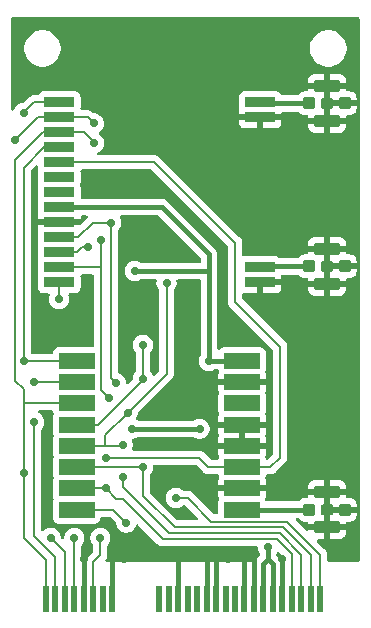
<source format=gbr>
%TF.GenerationSoftware,KiCad,Pcbnew,9.0.3*%
%TF.CreationDate,2025-08-29T17:45:50+02:00*%
%TF.ProjectId,RadioHAT_Card_Dorji,52616469-6f48-4415-945f-436172645f44,rev?*%
%TF.SameCoordinates,Original*%
%TF.FileFunction,Copper,L1,Top*%
%TF.FilePolarity,Positive*%
%FSLAX46Y46*%
G04 Gerber Fmt 4.6, Leading zero omitted, Abs format (unit mm)*
G04 Created by KiCad (PCBNEW 9.0.3) date 2025-08-29 17:45:50*
%MOMM*%
%LPD*%
G01*
G04 APERTURE LIST*
G04 Aperture macros list*
%AMRoundRect*
0 Rectangle with rounded corners*
0 $1 Rounding radius*
0 $2 $3 $4 $5 $6 $7 $8 $9 X,Y pos of 4 corners*
0 Add a 4 corners polygon primitive as box body*
4,1,4,$2,$3,$4,$5,$6,$7,$8,$9,$2,$3,0*
0 Add four circle primitives for the rounded corners*
1,1,$1+$1,$2,$3*
1,1,$1+$1,$4,$5*
1,1,$1+$1,$6,$7*
1,1,$1+$1,$8,$9*
0 Add four rect primitives between the rounded corners*
20,1,$1+$1,$2,$3,$4,$5,0*
20,1,$1+$1,$4,$5,$6,$7,0*
20,1,$1+$1,$6,$7,$8,$9,0*
20,1,$1+$1,$8,$9,$2,$3,0*%
G04 Aperture macros list end*
%TA.AperFunction,SMDPad,CuDef*%
%ADD10R,0.600000X2.300000*%
%TD*%
%TA.AperFunction,SMDPad,CuDef*%
%ADD11RoundRect,0.100000X0.400000X-0.400000X0.400000X0.400000X-0.400000X0.400000X-0.400000X-0.400000X0*%
%TD*%
%TA.AperFunction,SMDPad,CuDef*%
%ADD12RoundRect,0.105000X0.995000X-0.420000X0.995000X0.420000X-0.995000X0.420000X-0.995000X-0.420000X0*%
%TD*%
%TA.AperFunction,SMDPad,CuDef*%
%ADD13RoundRect,0.070000X1.430000X0.630000X-1.430000X0.630000X-1.430000X-0.630000X1.430000X-0.630000X0*%
%TD*%
%TA.AperFunction,SMDPad,CuDef*%
%ADD14RoundRect,0.045000X-1.255000X-0.405000X1.255000X-0.405000X1.255000X0.405000X-1.255000X0.405000X0*%
%TD*%
%TA.AperFunction,ViaPad*%
%ADD15C,0.700000*%
%TD*%
%TA.AperFunction,Conductor*%
%ADD16C,0.400000*%
%TD*%
%TA.AperFunction,Conductor*%
%ADD17C,0.200000*%
%TD*%
G04 APERTURE END LIST*
D10*
%TO.P,J1,1,GPIO0*%
%TO.N,GPIO0*%
X121000000Y-118600000D03*
%TO.P,J1,3,IRQ0*%
%TO.N,IRQ0*%
X121800000Y-118600000D03*
%TO.P,J1,5,IRQ1*%
%TO.N,IRQ1*%
X122600000Y-118600000D03*
%TO.P,J1,7,GPIO1*%
%TO.N,GPIO1*%
X123400000Y-118600000D03*
%TO.P,J1,9,GND*%
%TO.N,GND*%
X124200000Y-118600000D03*
%TO.P,J1,11,RST0*%
%TO.N,RST0*%
X125000000Y-118600000D03*
%TO.P,J1,13,RST1*%
%TO.N,unconnected-(J1-RST1-Pad13)*%
X125800000Y-118600000D03*
%TO.P,J1,15,GND*%
%TO.N,GND*%
X126600000Y-118600000D03*
%TO.P,J1,17*%
%TO.N,N/C*%
X130600000Y-118600000D03*
%TO.P,J1,19*%
X131400000Y-118600000D03*
%TO.P,J1,21,GND*%
%TO.N,GND*%
X132200000Y-118600000D03*
%TO.P,J1,23*%
%TO.N,N/C*%
X133000000Y-118600000D03*
%TO.P,J1,25*%
X133800000Y-118600000D03*
%TO.P,J1,27,GND*%
%TO.N,GND*%
X134600000Y-118600000D03*
%TO.P,J1,29,GND*%
X135400000Y-118600000D03*
%TO.P,J1,31,PPS*%
%TO.N,unconnected-(J1-PPS-Pad31)*%
X136200000Y-118600000D03*
%TO.P,J1,33*%
%TO.N,N/C*%
X137000000Y-118600000D03*
%TO.P,J1,35,GND*%
%TO.N,GND*%
X137800000Y-118600000D03*
%TO.P,J1,37,GND*%
X138600000Y-118600000D03*
%TO.P,J1,39,3V3*%
%TO.N,+3V3*%
X139400000Y-118600000D03*
%TO.P,J1,41,3V3*%
X140200000Y-118600000D03*
%TO.P,J1,43,GND*%
%TO.N,GND*%
X141000000Y-118600000D03*
%TO.P,J1,45,SPI_SCK*%
%TO.N,SCK*%
X141800000Y-118600000D03*
%TO.P,J1,47,SPI_MISO*%
%TO.N,MISO*%
X142600000Y-118600000D03*
%TO.P,J1,49,SPI_MOSI*%
%TO.N,MOSI*%
X143400000Y-118600000D03*
%TO.P,J1,51,SPI_NSS*%
%TO.N,NSS*%
X144200000Y-118600000D03*
%TD*%
D11*
%TO.P,J4,1,In*%
%TO.N,Net-(J4-In)*%
X143300000Y-90387500D03*
D12*
%TO.P,J4,2,Ext*%
%TO.N,GND*%
X144800000Y-88912500D03*
D11*
X146300000Y-90387500D03*
D12*
X144800000Y-91862500D03*
%TD*%
D11*
%TO.P,J2,1,In*%
%TO.N,Net-(J2-In)*%
X143300000Y-111000000D03*
D12*
%TO.P,J2,2,Ext*%
%TO.N,GND*%
X144800000Y-109525000D03*
D11*
X146300000Y-111000000D03*
D12*
X144800000Y-112475000D03*
%TD*%
D13*
%TO.P,U1,1,ANT*%
%TO.N,Net-(J2-In)*%
X137600000Y-111000000D03*
%TO.P,U1,2,GND*%
%TO.N,GND*%
X137600000Y-109200000D03*
%TO.P,U1,3,SW*%
%TO.N,GPIO1*%
X137600000Y-107400000D03*
%TO.P,U1,4,GND*%
%TO.N,GND*%
X137600000Y-105600000D03*
%TO.P,U1,5,GND*%
X137600000Y-103800000D03*
%TO.P,U1,6,NC*%
%TO.N,unconnected-(U1-NC-Pad6)*%
X137600000Y-102000000D03*
%TO.P,U1,7,GND*%
%TO.N,GND*%
X137600000Y-100200000D03*
%TO.P,U1,8,VDD*%
%TO.N,+3V3*%
X137600000Y-98400000D03*
%TO.P,U1,9,DIO2*%
%TO.N,IRQ1*%
X123600000Y-98400000D03*
%TO.P,U1,10,DIO1*%
%TO.N,IRQ0*%
X123600000Y-100200000D03*
%TO.P,U1,11,BUSY*%
%TO.N,GPIO0*%
X123600000Y-102000000D03*
%TO.P,U1,12,RST*%
%TO.N,RST0*%
X123600000Y-103800000D03*
%TO.P,U1,13,MISO*%
%TO.N,MISO*%
X123600000Y-105600000D03*
%TO.P,U1,14,MOSI*%
%TO.N,MOSI*%
X123600000Y-107400000D03*
%TO.P,U1,15,SCK*%
%TO.N,SCK*%
X123600000Y-109200000D03*
%TO.P,U1,16,NSS*%
%TO.N,NSS*%
X123600000Y-111000000D03*
%TD*%
D11*
%TO.P,J3,1,In*%
%TO.N,Net-(J3-In)*%
X143300000Y-76587500D03*
D12*
%TO.P,J3,2,Ext*%
%TO.N,GND*%
X144800000Y-75112500D03*
D11*
X146300000Y-76587500D03*
D12*
X144800000Y-78062500D03*
%TD*%
D14*
%TO.P,U2,1,RESET*%
%TO.N,RST0*%
X122125000Y-76500000D03*
%TO.P,U2,2,DIO0*%
%TO.N,IRQ0*%
X122125000Y-77770000D03*
%TO.P,U2,3,DIO1*%
%TO.N,GPIO0*%
X122125000Y-79040000D03*
%TO.P,U2,4,DIO2*%
%TO.N,IRQ1*%
X122125000Y-80310000D03*
%TO.P,U2,5,DIO3*%
%TO.N,GPIO1*%
X122125000Y-81580000D03*
%TO.P,U2,6,DIO4*%
%TO.N,unconnected-(U2-DIO4-Pad6)*%
X122125000Y-82850000D03*
%TO.P,U2,7,DIO5*%
%TO.N,unconnected-(U2-DIO5-Pad7)*%
X122125000Y-84120000D03*
%TO.P,U2,8,VCC*%
%TO.N,+3V3*%
X122125000Y-85390000D03*
%TO.P,U2,9,GND*%
%TO.N,GND*%
X122125000Y-86660000D03*
%TO.P,U2,10,SCK*%
%TO.N,SCK*%
X122125000Y-87930000D03*
%TO.P,U2,11,MISO*%
%TO.N,MISO*%
X122125000Y-89200000D03*
%TO.P,U2,12,MOSI*%
%TO.N,MOSI*%
X122125000Y-90470000D03*
%TO.P,U2,13,NSS*%
%TO.N,NSS*%
X122125000Y-91740000D03*
%TO.P,U2,14,GND_SX1272*%
%TO.N,GND*%
X139125000Y-91740000D03*
%TO.P,U2,15,ANT_SX1272*%
%TO.N,Net-(J4-In)*%
X139125000Y-90470000D03*
%TO.P,U2,16,GND_SX1278*%
%TO.N,GND*%
X139125000Y-77770000D03*
%TO.P,U2,17,ANT_SX1278*%
%TO.N,Net-(J3-In)*%
X139125000Y-76500000D03*
%TD*%
D15*
%TO.N,GND*%
X120400000Y-93200000D03*
X129500000Y-91787500D03*
X146000000Y-94000000D03*
X131500000Y-74500000D03*
X129000000Y-74500000D03*
X133400000Y-99050000D03*
X146000000Y-79500000D03*
X129500000Y-87000000D03*
X146000000Y-104000000D03*
X133400000Y-102100000D03*
X136500000Y-74500000D03*
X139000000Y-74500000D03*
X134300000Y-83100000D03*
X121100000Y-112050000D03*
X136400000Y-115200000D03*
X146000000Y-86500000D03*
X126500000Y-74500000D03*
X135200000Y-78400000D03*
X146000000Y-102000000D03*
X133400000Y-86300000D03*
X124000000Y-74500000D03*
X146000000Y-114000000D03*
X133700000Y-109000000D03*
X141000000Y-115200000D03*
X134000000Y-74500000D03*
X119000000Y-74500000D03*
X146000000Y-100000000D03*
X127600000Y-115200000D03*
X141500000Y-74500000D03*
X121500000Y-74500000D03*
X146000000Y-96000000D03*
X146000000Y-98000000D03*
X124200000Y-115200000D03*
%TO.N,GPIO0*%
X125050000Y-79950000D03*
X119100000Y-107900000D03*
%TO.N,SCK*%
X126050000Y-109200000D03*
X126500000Y-86700000D03*
X126950000Y-100300000D03*
%TO.N,NSS*%
X132000000Y-110000000D03*
X122100000Y-93200000D03*
X127800000Y-112100000D03*
%TO.N,+3V3*%
X134000000Y-104150000D03*
X134800000Y-98400000D03*
X128500000Y-90787500D03*
X139800000Y-114200000D03*
X128250000Y-104150000D03*
%TO.N,MISO*%
X131200000Y-91800000D03*
X124550000Y-88800000D03*
X127900000Y-102800000D03*
X127500000Y-108250000D03*
X127500000Y-105550000D03*
%TO.N,IRQ0*%
X125050000Y-78300000D03*
X118400000Y-79687502D03*
X120000000Y-103600000D03*
X120000000Y-100200000D03*
%TO.N,RST0*%
X129200000Y-97050000D03*
X129200000Y-99900000D03*
X119100000Y-77400000D03*
X125600000Y-113400000D03*
%TO.N,MOSI*%
X126300000Y-101550413D03*
X129200000Y-107400000D03*
X125650000Y-88150000D03*
%TO.N,IRQ1*%
X121400000Y-113400000D03*
X119100000Y-98400000D03*
%TO.N,GPIO1*%
X123400000Y-113400000D03*
X126050000Y-106600000D03*
%TD*%
D16*
%TO.N,GND*%
X141000000Y-115200000D02*
X141000000Y-118600000D01*
X134600000Y-115200000D02*
X135400000Y-115200000D01*
X138600000Y-118600000D02*
X138600000Y-115200000D01*
X137800000Y-115200000D02*
X135400000Y-115200000D01*
X132200000Y-115200000D02*
X134600000Y-115200000D01*
X138600000Y-115200000D02*
X137800000Y-115200000D01*
X124200000Y-118600000D02*
X124200000Y-115200000D01*
X132200000Y-118600000D02*
X132200000Y-115200000D01*
X135400000Y-118600000D02*
X135400000Y-115200000D01*
X137800000Y-118600000D02*
X137800000Y-115200000D01*
X127600000Y-115200000D02*
X132200000Y-115200000D01*
X126600000Y-118600000D02*
X126600000Y-115200000D01*
X134600000Y-118600000D02*
X134600000Y-115200000D01*
X126600000Y-115200000D02*
X127600000Y-115200000D01*
D17*
%TO.N,GPIO0*%
X119100000Y-102000000D02*
X119100000Y-100800000D01*
X118400000Y-81387500D02*
X120760000Y-79027500D01*
X119100000Y-107900000D02*
X119100000Y-113400000D01*
X124240000Y-79040000D02*
X125050000Y-79850000D01*
X118400000Y-100100000D02*
X118400000Y-81387500D01*
X119100000Y-113400000D02*
X121000000Y-115300000D01*
X120760000Y-79027500D02*
X120900000Y-79027500D01*
X121000000Y-115300000D02*
X121000000Y-118600000D01*
X123600000Y-102000000D02*
X119100000Y-102000000D01*
X124240000Y-79040000D02*
X122125000Y-79040000D01*
X125050000Y-79850000D02*
X125050000Y-79950000D01*
X119100000Y-107900000D02*
X119100000Y-102000000D01*
X119100000Y-100800000D02*
X118400000Y-100100000D01*
%TO.N,SCK*%
X126050000Y-109200000D02*
X123600000Y-109200000D01*
X124950000Y-86700000D02*
X126500000Y-86700000D01*
X123720000Y-87930000D02*
X124950000Y-86700000D01*
X126050000Y-109200000D02*
X126950000Y-110100000D01*
X126950000Y-110100000D02*
X127500000Y-110100000D01*
X127500000Y-110100000D02*
X130900000Y-113500000D01*
X126500000Y-86700000D02*
X126500000Y-87387500D01*
X126500000Y-99850000D02*
X126500000Y-87387500D01*
X122125000Y-87930000D02*
X123720000Y-87930000D01*
X126950000Y-100300000D02*
X126500000Y-99850000D01*
X130900000Y-113500000D02*
X140532900Y-113500000D01*
X141800000Y-114767100D02*
X141800000Y-118600000D01*
X140532900Y-113500000D02*
X141800000Y-114767100D01*
%TO.N,NSS*%
X141400000Y-112000000D02*
X144200000Y-114800000D01*
X135000000Y-112000000D02*
X141400000Y-112000000D01*
X132000000Y-110000000D02*
X133000000Y-110000000D01*
X126700000Y-111000000D02*
X123600000Y-111000000D01*
X144200000Y-114800000D02*
X144200000Y-118600000D01*
X122100000Y-93200000D02*
X122100000Y-91765000D01*
X133000000Y-110000000D02*
X135000000Y-112000000D01*
X127800000Y-112100000D02*
X126700000Y-111000000D01*
X122100000Y-91765000D02*
X122125000Y-91740000D01*
D16*
%TO.N,+3V3*%
X139400000Y-118600000D02*
X139400000Y-115600000D01*
X139800000Y-114800000D02*
X139800000Y-115200000D01*
X125402500Y-85390000D02*
X122125000Y-85390000D01*
X140200000Y-115600000D02*
X140200000Y-118600000D01*
X130800000Y-85387500D02*
X125405000Y-85387500D01*
X139400000Y-115600000D02*
X139800000Y-115200000D01*
X128500000Y-90787500D02*
X134787500Y-90787500D01*
X139800000Y-115200000D02*
X140200000Y-115600000D01*
X134800000Y-89387500D02*
X130800000Y-85387500D01*
X137600000Y-98400000D02*
X134800000Y-98400000D01*
X125405000Y-85387500D02*
X125402500Y-85390000D01*
X134800000Y-90800000D02*
X134800000Y-89387500D01*
X134787500Y-90787500D02*
X134800000Y-90800000D01*
X139800000Y-114800000D02*
X139800000Y-114200000D01*
X134000000Y-104150000D02*
X128250000Y-104150000D01*
X134800000Y-98400000D02*
X134800000Y-90800000D01*
D17*
%TO.N,MISO*%
X131200000Y-99500000D02*
X127900000Y-102800000D01*
X123650000Y-89200000D02*
X122125000Y-89200000D01*
X127450000Y-105600000D02*
X126000000Y-105600000D01*
X124050000Y-88800000D02*
X123650000Y-89200000D01*
X126000000Y-105600000D02*
X123600000Y-105600000D01*
X142600000Y-114800000D02*
X142600000Y-118600000D01*
X126000000Y-104700000D02*
X126000000Y-105600000D01*
X131200000Y-91800000D02*
X131200000Y-99500000D01*
X127500000Y-109100000D02*
X131400000Y-113000000D01*
X127500000Y-108250000D02*
X127500000Y-109100000D01*
X140800000Y-113000000D02*
X142600000Y-114800000D01*
X131400000Y-113000000D02*
X140800000Y-113000000D01*
X127900000Y-102800000D02*
X126000000Y-104700000D01*
X124550000Y-88800000D02*
X124050000Y-88800000D01*
X127500000Y-105550000D02*
X127450000Y-105600000D01*
%TO.N,IRQ0*%
X121800000Y-115000000D02*
X121800000Y-118600000D01*
X125050000Y-78300000D02*
X124520000Y-77770000D01*
X118400000Y-79687502D02*
X120317502Y-77770000D01*
X120317502Y-77770000D02*
X122125000Y-77770000D01*
X120000000Y-103600000D02*
X120000000Y-113200000D01*
X120000000Y-113200000D02*
X121800000Y-115000000D01*
X120000000Y-100200000D02*
X123600000Y-100200000D01*
X124520000Y-77770000D02*
X122125000Y-77770000D01*
%TO.N,RST0*%
X125400000Y-103800000D02*
X123600000Y-103800000D01*
X119150000Y-77350000D02*
X120000000Y-76500000D01*
X125600000Y-113400000D02*
X125600000Y-114800000D01*
X129200000Y-99900000D02*
X129200000Y-97050000D01*
X119100000Y-77400000D02*
X119150000Y-77350000D01*
X125600000Y-114800000D02*
X125000000Y-115400000D01*
X125000000Y-115400000D02*
X125000000Y-118600000D01*
X129200000Y-100000000D02*
X125400000Y-103800000D01*
X120000000Y-76500000D02*
X122125000Y-76500000D01*
X129200000Y-99900000D02*
X129200000Y-100000000D01*
%TO.N,MOSI*%
X125650000Y-92695002D02*
X125650000Y-90450000D01*
X125650000Y-88150000D02*
X125650000Y-90450000D01*
X131900000Y-112500000D02*
X141100000Y-112500000D01*
X122125000Y-90470000D02*
X125630000Y-90470000D01*
X143400000Y-114800000D02*
X143400000Y-118600000D01*
X126300000Y-101550413D02*
X125650000Y-100900413D01*
X125650000Y-100900413D02*
X125650000Y-92695002D01*
X129200000Y-107400000D02*
X129200000Y-109800000D01*
X129200000Y-107400000D02*
X123600000Y-107400000D01*
X125630000Y-90470000D02*
X125650000Y-90450000D01*
X129200000Y-109800000D02*
X131900000Y-112500000D01*
X141100000Y-112500000D02*
X143400000Y-114800000D01*
D16*
%TO.N,Net-(J2-In)*%
X137600000Y-111000000D02*
X143100000Y-111000000D01*
D17*
%TO.N,IRQ1*%
X121400000Y-113400000D02*
X122600000Y-114600000D01*
X119100000Y-82035001D02*
X120825001Y-80310000D01*
X123600000Y-98400000D02*
X119100000Y-98400000D01*
X120825001Y-80310000D02*
X122125000Y-80310000D01*
X122600000Y-114600000D02*
X122600000Y-118600000D01*
X119100000Y-98400000D02*
X119100000Y-82035001D01*
%TO.N,GPIO1*%
X130180000Y-81580000D02*
X122125000Y-81580000D01*
X137000000Y-88400000D02*
X130180000Y-81580000D01*
X137600000Y-107400000D02*
X139984612Y-107400000D01*
X126050000Y-106600000D02*
X133950000Y-106600000D01*
X123400000Y-113588903D02*
X123400000Y-113400000D01*
X123400000Y-113588903D02*
X123400000Y-118600000D01*
X133950000Y-106600000D02*
X134750000Y-107400000D01*
X137000000Y-93400000D02*
X137000000Y-88400000D01*
X139984612Y-107400000D02*
X140800000Y-106584612D01*
X134750000Y-107400000D02*
X137600000Y-107400000D01*
X140800000Y-97200000D02*
X137000000Y-93400000D01*
X140800000Y-106584612D02*
X140800000Y-97200000D01*
D16*
%TO.N,Net-(J3-In)*%
X143100000Y-76587500D02*
X139212500Y-76587500D01*
X139212500Y-76587500D02*
X139125000Y-76500000D01*
%TO.N,Net-(J4-In)*%
X143100000Y-90387500D02*
X139207500Y-90387500D01*
X139207500Y-90387500D02*
X139125000Y-90470000D01*
%TD*%
%TA.AperFunction,Conductor*%
%TO.N,GND*%
G36*
X121482684Y-102600716D02*
G01*
X121483423Y-102600509D01*
X121516168Y-102610548D01*
X121548987Y-102620185D01*
X121549488Y-102620763D01*
X121550223Y-102620989D01*
X121572351Y-102647149D01*
X121594742Y-102672989D01*
X121595015Y-102673942D01*
X121595347Y-102674334D01*
X121604887Y-102708314D01*
X121612009Y-102762416D01*
X121614184Y-102778930D01*
X121644678Y-102852551D01*
X121652146Y-102922018D01*
X121644680Y-102947444D01*
X121614184Y-103021070D01*
X121614183Y-103021073D01*
X121599500Y-103132598D01*
X121599500Y-104467401D01*
X121614167Y-104578802D01*
X121614184Y-104578930D01*
X121644678Y-104652551D01*
X121652146Y-104722018D01*
X121644680Y-104747444D01*
X121614184Y-104821070D01*
X121614183Y-104821073D01*
X121599500Y-104932598D01*
X121599500Y-106267401D01*
X121614167Y-106378803D01*
X121614184Y-106378930D01*
X121644678Y-106452551D01*
X121652146Y-106522018D01*
X121644680Y-106547444D01*
X121614184Y-106621070D01*
X121614183Y-106621073D01*
X121599500Y-106732598D01*
X121599500Y-108067401D01*
X121612308Y-108164684D01*
X121614184Y-108178930D01*
X121644678Y-108252551D01*
X121652146Y-108322018D01*
X121644680Y-108347444D01*
X121615941Y-108416829D01*
X121614183Y-108421073D01*
X121599500Y-108532598D01*
X121599500Y-109867401D01*
X121614167Y-109978803D01*
X121614184Y-109978930D01*
X121644678Y-110052551D01*
X121652146Y-110122018D01*
X121644680Y-110147444D01*
X121627957Y-110187819D01*
X121614183Y-110221073D01*
X121599500Y-110332598D01*
X121599500Y-111667401D01*
X121614184Y-111778929D01*
X121614185Y-111778933D01*
X121671668Y-111917711D01*
X121676905Y-111924536D01*
X121763114Y-112036886D01*
X121882288Y-112128331D01*
X121882287Y-112128331D01*
X121934836Y-112150097D01*
X122021070Y-112185816D01*
X122132606Y-112200500D01*
X122132613Y-112200500D01*
X125067387Y-112200500D01*
X125067394Y-112200500D01*
X125178930Y-112185816D01*
X125317712Y-112128331D01*
X125436886Y-112036886D01*
X125528331Y-111917712D01*
X125585816Y-111778930D01*
X125595113Y-111708314D01*
X125623380Y-111644418D01*
X125681705Y-111605947D01*
X125718052Y-111600500D01*
X126399903Y-111600500D01*
X126466942Y-111620185D01*
X126487584Y-111636819D01*
X126913181Y-112062416D01*
X126946666Y-112123739D01*
X126949500Y-112150097D01*
X126949500Y-112183771D01*
X126982182Y-112348074D01*
X126982184Y-112348082D01*
X127046295Y-112502860D01*
X127139373Y-112642162D01*
X127257837Y-112760626D01*
X127344475Y-112818515D01*
X127397137Y-112853703D01*
X127397138Y-112853703D01*
X127397139Y-112853704D01*
X127432201Y-112868227D01*
X127551918Y-112917816D01*
X127716228Y-112950499D01*
X127716232Y-112950500D01*
X127716233Y-112950500D01*
X127883768Y-112950500D01*
X127883769Y-112950499D01*
X128048082Y-112917816D01*
X128202863Y-112853703D01*
X128342162Y-112760626D01*
X128460626Y-112642162D01*
X128553703Y-112502863D01*
X128617816Y-112348082D01*
X128619184Y-112341207D01*
X128651569Y-112279296D01*
X128712284Y-112244722D01*
X128782054Y-112248461D01*
X128828482Y-112277717D01*
X130415139Y-113864374D01*
X130415149Y-113864385D01*
X130419479Y-113868715D01*
X130419480Y-113868716D01*
X130531284Y-113980520D01*
X130531286Y-113980521D01*
X130531290Y-113980524D01*
X130582786Y-114010255D01*
X130582791Y-114010257D01*
X130668209Y-114059574D01*
X130668210Y-114059574D01*
X130668215Y-114059577D01*
X130820943Y-114100500D01*
X138825500Y-114100500D01*
X138892539Y-114120185D01*
X138938294Y-114172989D01*
X138949500Y-114224500D01*
X138949500Y-114283771D01*
X138982182Y-114448074D01*
X138982184Y-114448082D01*
X139046295Y-114602860D01*
X139078602Y-114651210D01*
X139084252Y-114669256D01*
X139094477Y-114685166D01*
X139098928Y-114716125D01*
X139099480Y-114717887D01*
X139099500Y-114720101D01*
X139099500Y-114858480D01*
X139079815Y-114925519D01*
X139063181Y-114946161D01*
X138855888Y-115153453D01*
X138855887Y-115153454D01*
X138779222Y-115268192D01*
X138756334Y-115323452D01*
X138712493Y-115377856D01*
X138646199Y-115399921D01*
X138641773Y-115400000D01*
X126148598Y-115400000D01*
X126081559Y-115380315D01*
X126035804Y-115327511D01*
X126025860Y-115258353D01*
X126045135Y-115207652D01*
X126052046Y-115197189D01*
X126080520Y-115168716D01*
X126145662Y-115055886D01*
X126159577Y-115031785D01*
X126200500Y-114879057D01*
X126200500Y-114720943D01*
X126200500Y-114720942D01*
X126200500Y-114053650D01*
X126220185Y-113986611D01*
X126236815Y-113965972D01*
X126260626Y-113942162D01*
X126353703Y-113802863D01*
X126417816Y-113648082D01*
X126450500Y-113483767D01*
X126450500Y-113316233D01*
X126417816Y-113151918D01*
X126353703Y-112997137D01*
X126300702Y-112917815D01*
X126260626Y-112857837D01*
X126142162Y-112739373D01*
X126002860Y-112646295D01*
X125848082Y-112582184D01*
X125848074Y-112582182D01*
X125683771Y-112549500D01*
X125683767Y-112549500D01*
X125516233Y-112549500D01*
X125516228Y-112549500D01*
X125351925Y-112582182D01*
X125351917Y-112582184D01*
X125197139Y-112646295D01*
X125057837Y-112739373D01*
X124939373Y-112857837D01*
X124846295Y-112997139D01*
X124782184Y-113151917D01*
X124782182Y-113151925D01*
X124749500Y-113316228D01*
X124749500Y-113483771D01*
X124782182Y-113648074D01*
X124782184Y-113648082D01*
X124846295Y-113802860D01*
X124939372Y-113942160D01*
X124939373Y-113942161D01*
X124939374Y-113942162D01*
X124963181Y-113965969D01*
X124996666Y-114027290D01*
X124999500Y-114053650D01*
X124999500Y-114499902D01*
X124979815Y-114566941D01*
X124963181Y-114587583D01*
X124519481Y-115031282D01*
X124519479Y-115031285D01*
X124498746Y-115067197D01*
X124469360Y-115118095D01*
X124440423Y-115168215D01*
X124401617Y-115313035D01*
X124399899Y-115317832D01*
X124382211Y-115342105D01*
X124366578Y-115367754D01*
X124361848Y-115370051D01*
X124358752Y-115374301D01*
X124330745Y-115385160D01*
X124303731Y-115398283D01*
X124295027Y-115399009D01*
X124293608Y-115399560D01*
X124292106Y-115399253D01*
X124283168Y-115400000D01*
X124124500Y-115400000D01*
X124057461Y-115380315D01*
X124011706Y-115327511D01*
X124000500Y-115276000D01*
X124000500Y-114053650D01*
X124020185Y-113986611D01*
X124036815Y-113965972D01*
X124060626Y-113942162D01*
X124153703Y-113802863D01*
X124217816Y-113648082D01*
X124250500Y-113483767D01*
X124250500Y-113316233D01*
X124217816Y-113151918D01*
X124153703Y-112997137D01*
X124100702Y-112917815D01*
X124060626Y-112857837D01*
X123942162Y-112739373D01*
X123802860Y-112646295D01*
X123648082Y-112582184D01*
X123648074Y-112582182D01*
X123483771Y-112549500D01*
X123483767Y-112549500D01*
X123316233Y-112549500D01*
X123316228Y-112549500D01*
X123151925Y-112582182D01*
X123151917Y-112582184D01*
X122997139Y-112646295D01*
X122857837Y-112739373D01*
X122739373Y-112857837D01*
X122646295Y-112997139D01*
X122582184Y-113151917D01*
X122582182Y-113151925D01*
X122549500Y-113316228D01*
X122549500Y-113400903D01*
X122543261Y-113422148D01*
X122541682Y-113444237D01*
X122533609Y-113455020D01*
X122529815Y-113467942D01*
X122513081Y-113482441D01*
X122499810Y-113500170D01*
X122487189Y-113504877D01*
X122477011Y-113513697D01*
X122455093Y-113516848D01*
X122434346Y-113524587D01*
X122421185Y-113521724D01*
X122407853Y-113523641D01*
X122387709Y-113514441D01*
X122366073Y-113509735D01*
X122348347Y-113496466D01*
X122344297Y-113494616D01*
X122337819Y-113488584D01*
X122286819Y-113437584D01*
X122253334Y-113376261D01*
X122250500Y-113349903D01*
X122250500Y-113316232D01*
X122250499Y-113316228D01*
X122249923Y-113313330D01*
X122217816Y-113151918D01*
X122153703Y-112997137D01*
X122100702Y-112917815D01*
X122060626Y-112857837D01*
X121942162Y-112739373D01*
X121802860Y-112646295D01*
X121648082Y-112582184D01*
X121648074Y-112582182D01*
X121483771Y-112549500D01*
X121483767Y-112549500D01*
X121316233Y-112549500D01*
X121316228Y-112549500D01*
X121151925Y-112582182D01*
X121151917Y-112582184D01*
X120997139Y-112646295D01*
X120857837Y-112739373D01*
X120857834Y-112739376D01*
X120812181Y-112785030D01*
X120750858Y-112818515D01*
X120681166Y-112813531D01*
X120625233Y-112771659D01*
X120600816Y-112706195D01*
X120600500Y-112697349D01*
X120600500Y-104253650D01*
X120620185Y-104186611D01*
X120636815Y-104165972D01*
X120660626Y-104142162D01*
X120753703Y-104002863D01*
X120817816Y-103848082D01*
X120850500Y-103683767D01*
X120850500Y-103516233D01*
X120817816Y-103351918D01*
X120753703Y-103197137D01*
X120707728Y-103128331D01*
X120660626Y-103057837D01*
X120542162Y-102939373D01*
X120402860Y-102846295D01*
X120402858Y-102846294D01*
X120385395Y-102839061D01*
X120330991Y-102795220D01*
X120308926Y-102728926D01*
X120326205Y-102661227D01*
X120377342Y-102613616D01*
X120432847Y-102600500D01*
X121481948Y-102600500D01*
X121482684Y-102600716D01*
G37*
%TD.AperFunction*%
%TA.AperFunction,Conductor*%
G36*
X140738763Y-114557113D02*
G01*
X140753026Y-114569361D01*
X141163181Y-114979516D01*
X141196666Y-115040839D01*
X141199500Y-115067197D01*
X141199500Y-115276000D01*
X141179815Y-115343039D01*
X141127011Y-115388794D01*
X141075500Y-115400000D01*
X140958227Y-115400000D01*
X140939066Y-115394373D01*
X140919104Y-115393667D01*
X140906224Y-115384730D01*
X140891188Y-115380315D01*
X140878110Y-115365222D01*
X140861700Y-115353836D01*
X140847470Y-115329862D01*
X140845433Y-115327511D01*
X140843681Y-115323488D01*
X140843666Y-115323452D01*
X140843664Y-115323449D01*
X140842640Y-115320977D01*
X140842626Y-115320943D01*
X140820775Y-115268189D01*
X140808382Y-115249642D01*
X140744115Y-115153459D01*
X140699087Y-115108431D01*
X140646542Y-115055886D01*
X140536818Y-114946161D01*
X140503334Y-114884838D01*
X140500500Y-114858480D01*
X140500500Y-114720101D01*
X140520185Y-114653062D01*
X140521398Y-114651210D01*
X140553703Y-114602863D01*
X140553706Y-114602854D01*
X140555985Y-114598593D01*
X140604945Y-114548747D01*
X140673083Y-114533284D01*
X140738763Y-114557113D01*
G37*
%TD.AperFunction*%
%TA.AperFunction,Conductor*%
G36*
X147492539Y-69320185D02*
G01*
X147538294Y-69372989D01*
X147549500Y-69424500D01*
X147549500Y-115276000D01*
X147529815Y-115343039D01*
X147477011Y-115388794D01*
X147425500Y-115400000D01*
X144924500Y-115400000D01*
X144857461Y-115380315D01*
X144811706Y-115327511D01*
X144800500Y-115276000D01*
X144800500Y-114889059D01*
X144800501Y-114889046D01*
X144800501Y-114720945D01*
X144800501Y-114720943D01*
X144759577Y-114568215D01*
X144719904Y-114499500D01*
X144690214Y-114448074D01*
X144680521Y-114431285D01*
X144564385Y-114315149D01*
X144564374Y-114315139D01*
X143960915Y-113711680D01*
X143927430Y-113650357D01*
X143932414Y-113580665D01*
X143974286Y-113524732D01*
X144039750Y-113500315D01*
X144048596Y-113499999D01*
X144549999Y-113499999D01*
X145050000Y-113499999D01*
X145834658Y-113499999D01*
X145952928Y-113484429D01*
X145952940Y-113484426D01*
X146100108Y-113423468D01*
X146226490Y-113326490D01*
X146323468Y-113200108D01*
X146384426Y-113052940D01*
X146384427Y-113052936D01*
X146399999Y-112934664D01*
X146400000Y-112934650D01*
X146400000Y-112725000D01*
X145050000Y-112725000D01*
X145050000Y-113499999D01*
X144549999Y-113499999D01*
X144550000Y-113499998D01*
X144550000Y-112725000D01*
X143200001Y-112725000D01*
X143174799Y-112750202D01*
X143113476Y-112783687D01*
X143043784Y-112778703D01*
X142999437Y-112750202D01*
X142161416Y-111912181D01*
X142127931Y-111850858D01*
X142132915Y-111781166D01*
X142174787Y-111725233D01*
X142240251Y-111700816D01*
X142249097Y-111700500D01*
X142312518Y-111700500D01*
X142379557Y-111720185D01*
X142410892Y-111749013D01*
X142471718Y-111828282D01*
X142597159Y-111924536D01*
X142743238Y-111985044D01*
X142860639Y-112000500D01*
X143076001Y-112000499D01*
X143143039Y-112020183D01*
X143188794Y-112072987D01*
X143200000Y-112124499D01*
X143200000Y-112225000D01*
X144550000Y-112225000D01*
X144550000Y-111450000D01*
X145050000Y-111450000D01*
X145050000Y-112225000D01*
X146399999Y-112225000D01*
X146399999Y-112123999D01*
X146419684Y-112056960D01*
X146472488Y-112011205D01*
X146523999Y-111999999D01*
X146739324Y-111999999D01*
X146856628Y-111984557D01*
X146856633Y-111984555D01*
X147002585Y-111924100D01*
X147127924Y-111827924D01*
X147224100Y-111702586D01*
X147284554Y-111556634D01*
X147284555Y-111556630D01*
X147299999Y-111439330D01*
X147300000Y-111439316D01*
X147300000Y-111250000D01*
X145300001Y-111250000D01*
X145300001Y-111326000D01*
X145280316Y-111393039D01*
X145227512Y-111438794D01*
X145176001Y-111450000D01*
X145050000Y-111450000D01*
X144550000Y-111450000D01*
X144424500Y-111450000D01*
X144357461Y-111430315D01*
X144311706Y-111377511D01*
X144300500Y-111326000D01*
X144300499Y-110673999D01*
X144320183Y-110606960D01*
X144372987Y-110561205D01*
X144424499Y-110549999D01*
X144550000Y-110549999D01*
X145050000Y-110549999D01*
X145176000Y-110549999D01*
X145243039Y-110569684D01*
X145288794Y-110622488D01*
X145300000Y-110673999D01*
X145300000Y-110750000D01*
X147299999Y-110750000D01*
X147299999Y-110560675D01*
X147284557Y-110443371D01*
X147284555Y-110443366D01*
X147224100Y-110297414D01*
X147127924Y-110172075D01*
X147002586Y-110075899D01*
X146856634Y-110015445D01*
X146856630Y-110015444D01*
X146739330Y-110000000D01*
X146524000Y-110000000D01*
X146456961Y-109980315D01*
X146411206Y-109927511D01*
X146400000Y-109876000D01*
X146400000Y-109775000D01*
X145050000Y-109775000D01*
X145050000Y-110549999D01*
X144550000Y-110549999D01*
X144550000Y-109775000D01*
X143200001Y-109775000D01*
X143200001Y-109875500D01*
X143180316Y-109942539D01*
X143127512Y-109988294D01*
X143076002Y-109999500D01*
X142860636Y-109999500D01*
X142743246Y-110014953D01*
X142743237Y-110014956D01*
X142597160Y-110075463D01*
X142471716Y-110171719D01*
X142410894Y-110250986D01*
X142354466Y-110292189D01*
X142312518Y-110299500D01*
X139701157Y-110299500D01*
X139681975Y-110293867D01*
X139661998Y-110293154D01*
X139649138Y-110284225D01*
X139634118Y-110279815D01*
X139621028Y-110264708D01*
X139604605Y-110253306D01*
X139590395Y-110229356D01*
X139588363Y-110227011D01*
X139586596Y-110222953D01*
X139555323Y-110147453D01*
X139555051Y-110146798D01*
X139547583Y-110077329D01*
X139555052Y-110051892D01*
X139585328Y-109978799D01*
X139599999Y-109867370D01*
X139600000Y-109867356D01*
X139600000Y-109450000D01*
X135600001Y-109450000D01*
X135600001Y-109867364D01*
X135614669Y-109978792D01*
X135614672Y-109978803D01*
X135644947Y-110051894D01*
X135652416Y-110121363D01*
X135644948Y-110146797D01*
X135614184Y-110221070D01*
X135599500Y-110332598D01*
X135599500Y-111275500D01*
X135596949Y-111284185D01*
X135598238Y-111293147D01*
X135587259Y-111317187D01*
X135579815Y-111342539D01*
X135572974Y-111348466D01*
X135569213Y-111356703D01*
X135546978Y-111370992D01*
X135527011Y-111388294D01*
X135516496Y-111390581D01*
X135510435Y-111394477D01*
X135475500Y-111399500D01*
X135300097Y-111399500D01*
X135233058Y-111379815D01*
X135212416Y-111363181D01*
X133487590Y-109638355D01*
X133487588Y-109638352D01*
X133368717Y-109519481D01*
X133368716Y-109519480D01*
X133261948Y-109457838D01*
X133261947Y-109457837D01*
X133231783Y-109440422D01*
X133175881Y-109425443D01*
X133079057Y-109399499D01*
X132920943Y-109399499D01*
X132913347Y-109399499D01*
X132913331Y-109399500D01*
X132653651Y-109399500D01*
X132586612Y-109379815D01*
X132565970Y-109363181D01*
X132542162Y-109339373D01*
X132402860Y-109246295D01*
X132248082Y-109182184D01*
X132248074Y-109182182D01*
X132083771Y-109149500D01*
X132083767Y-109149500D01*
X131916233Y-109149500D01*
X131916228Y-109149500D01*
X131751925Y-109182182D01*
X131751917Y-109182184D01*
X131597139Y-109246295D01*
X131457837Y-109339373D01*
X131339373Y-109457837D01*
X131246295Y-109597139D01*
X131182184Y-109751917D01*
X131182182Y-109751925D01*
X131149500Y-109916228D01*
X131149500Y-110083771D01*
X131182182Y-110248074D01*
X131182184Y-110248082D01*
X131246295Y-110402860D01*
X131339373Y-110542162D01*
X131457837Y-110660626D01*
X131517513Y-110700500D01*
X131597137Y-110753703D01*
X131751918Y-110817816D01*
X131916228Y-110850499D01*
X131916232Y-110850500D01*
X131916233Y-110850500D01*
X132083768Y-110850500D01*
X132083769Y-110850499D01*
X132248082Y-110817816D01*
X132402863Y-110753703D01*
X132542162Y-110660626D01*
X132542165Y-110660623D01*
X132565970Y-110636819D01*
X132592897Y-110622115D01*
X132618716Y-110605523D01*
X132624916Y-110604631D01*
X132627293Y-110603334D01*
X132653651Y-110600500D01*
X132699903Y-110600500D01*
X132766942Y-110620185D01*
X132787584Y-110636819D01*
X133838584Y-111687819D01*
X133872069Y-111749142D01*
X133867085Y-111818834D01*
X133825213Y-111874767D01*
X133759749Y-111899184D01*
X133750903Y-111899500D01*
X132200098Y-111899500D01*
X132133059Y-111879815D01*
X132112417Y-111863181D01*
X129836819Y-109587583D01*
X129803334Y-109526260D01*
X129800500Y-109499902D01*
X129800500Y-109065335D01*
X143200000Y-109065335D01*
X143200000Y-109275000D01*
X144550000Y-109275000D01*
X145050000Y-109275000D01*
X146399999Y-109275000D01*
X146399999Y-109065341D01*
X146384429Y-108947071D01*
X146384426Y-108947059D01*
X146323468Y-108799891D01*
X146226490Y-108673509D01*
X146100108Y-108576531D01*
X145952940Y-108515573D01*
X145952936Y-108515572D01*
X145834664Y-108500000D01*
X145050000Y-108500000D01*
X145050000Y-109275000D01*
X144550000Y-109275000D01*
X144550000Y-108500000D01*
X143765341Y-108500000D01*
X143647071Y-108515570D01*
X143647059Y-108515573D01*
X143499891Y-108576531D01*
X143373509Y-108673509D01*
X143276531Y-108799891D01*
X143215573Y-108947059D01*
X143215572Y-108947063D01*
X143200000Y-109065335D01*
X129800500Y-109065335D01*
X129800500Y-108053650D01*
X129820185Y-107986611D01*
X129836815Y-107965972D01*
X129860626Y-107942162D01*
X129953703Y-107802863D01*
X130017816Y-107648082D01*
X130050500Y-107483767D01*
X130050500Y-107324500D01*
X130070185Y-107257461D01*
X130122989Y-107211706D01*
X130174500Y-107200500D01*
X133649903Y-107200500D01*
X133716942Y-107220185D01*
X133737584Y-107236819D01*
X134265139Y-107764374D01*
X134265149Y-107764385D01*
X134269479Y-107768715D01*
X134269480Y-107768716D01*
X134381284Y-107880520D01*
X134468095Y-107930639D01*
X134468097Y-107930641D01*
X134506151Y-107952611D01*
X134518215Y-107959577D01*
X134670943Y-108000501D01*
X134670946Y-108000501D01*
X134836653Y-108000501D01*
X134836669Y-108000500D01*
X135481948Y-108000500D01*
X135508290Y-108008234D01*
X135535398Y-108012611D01*
X135541335Y-108017938D01*
X135548987Y-108020185D01*
X135566964Y-108040931D01*
X135587404Y-108059270D01*
X135590583Y-108068190D01*
X135594742Y-108072989D01*
X135601510Y-108091623D01*
X135603773Y-108099854D01*
X135614184Y-108178930D01*
X135647900Y-108260330D01*
X135649948Y-108267775D01*
X135649473Y-108295298D01*
X135652416Y-108322669D01*
X135648788Y-108335024D01*
X135648743Y-108337634D01*
X135647455Y-108339563D01*
X135644948Y-108348103D01*
X135614671Y-108421200D01*
X135600000Y-108532629D01*
X135600000Y-108950000D01*
X139599999Y-108950000D01*
X139599999Y-108532637D01*
X139585328Y-108421201D01*
X139555051Y-108348106D01*
X139552565Y-108324985D01*
X139545630Y-108302790D01*
X139548534Y-108287499D01*
X139547582Y-108278636D01*
X139550050Y-108267774D01*
X139552092Y-108260345D01*
X139585816Y-108178930D01*
X139596226Y-108099852D01*
X139598490Y-108091622D01*
X139612560Y-108068875D01*
X139623380Y-108044418D01*
X139630658Y-108039616D01*
X139635246Y-108032201D01*
X139659380Y-108020672D01*
X139681705Y-108005947D01*
X139694092Y-108004090D01*
X139698291Y-108002085D01*
X139703276Y-108002714D01*
X139718052Y-108000500D01*
X139897943Y-108000500D01*
X139897959Y-108000501D01*
X139905555Y-108000501D01*
X140063666Y-108000501D01*
X140063669Y-108000501D01*
X140216397Y-107959577D01*
X140266516Y-107930639D01*
X140353328Y-107880520D01*
X140465132Y-107768716D01*
X140465132Y-107768714D01*
X140475340Y-107758507D01*
X140475341Y-107758504D01*
X141280520Y-106953328D01*
X141359577Y-106816396D01*
X141400501Y-106663669D01*
X141400501Y-106505554D01*
X141400501Y-106497959D01*
X141400500Y-106497941D01*
X141400500Y-97289060D01*
X141400501Y-97289047D01*
X141400501Y-97120944D01*
X141359576Y-96968214D01*
X141359573Y-96968209D01*
X141280524Y-96831290D01*
X141280518Y-96831282D01*
X137636819Y-93187583D01*
X137603334Y-93126260D01*
X137600500Y-93099902D01*
X137600500Y-92802541D01*
X137620185Y-92735502D01*
X137672989Y-92689747D01*
X137739285Y-92679426D01*
X137827332Y-92689999D01*
X138874999Y-92689999D01*
X139375000Y-92689999D01*
X140422660Y-92689999D01*
X140510248Y-92679482D01*
X140649622Y-92624520D01*
X140768996Y-92533996D01*
X140859520Y-92414622D01*
X140895983Y-92322158D01*
X143200001Y-92322158D01*
X143215570Y-92440428D01*
X143215573Y-92440440D01*
X143276531Y-92587608D01*
X143373509Y-92713990D01*
X143499891Y-92810968D01*
X143647059Y-92871926D01*
X143647063Y-92871927D01*
X143765342Y-92887499D01*
X144549999Y-92887499D01*
X145050000Y-92887499D01*
X145834658Y-92887499D01*
X145952928Y-92871929D01*
X145952940Y-92871926D01*
X146100108Y-92810968D01*
X146226490Y-92713990D01*
X146323468Y-92587608D01*
X146384426Y-92440440D01*
X146384427Y-92440436D01*
X146399999Y-92322164D01*
X146400000Y-92322150D01*
X146400000Y-92112500D01*
X145050000Y-92112500D01*
X145050000Y-92887499D01*
X144549999Y-92887499D01*
X144550000Y-92887498D01*
X144550000Y-92112500D01*
X143200001Y-92112500D01*
X143200001Y-92322158D01*
X140895983Y-92322158D01*
X140914482Y-92275248D01*
X140914482Y-92275247D01*
X140925000Y-92187667D01*
X140925000Y-91990000D01*
X139375000Y-91990000D01*
X139375000Y-92689999D01*
X138874999Y-92689999D01*
X138875000Y-92689998D01*
X138875000Y-91864000D01*
X138894685Y-91796961D01*
X138947489Y-91751206D01*
X138999000Y-91740000D01*
X139125000Y-91740000D01*
X139125000Y-91614000D01*
X139144685Y-91546961D01*
X139197489Y-91501206D01*
X139249000Y-91490000D01*
X140924999Y-91490000D01*
X140924999Y-91292340D01*
X140917127Y-91226783D01*
X140928679Y-91157875D01*
X140975651Y-91106151D01*
X141040243Y-91088000D01*
X142312518Y-91088000D01*
X142379557Y-91107685D01*
X142410894Y-91136514D01*
X142466732Y-91209285D01*
X142471718Y-91215782D01*
X142597159Y-91312036D01*
X142743238Y-91372544D01*
X142860639Y-91388000D01*
X143076001Y-91387999D01*
X143143039Y-91407683D01*
X143188794Y-91460487D01*
X143200000Y-91511999D01*
X143200000Y-91612500D01*
X144550000Y-91612500D01*
X144550000Y-90837500D01*
X145050000Y-90837500D01*
X145050000Y-91612500D01*
X146399999Y-91612500D01*
X146399999Y-91511499D01*
X146419684Y-91444460D01*
X146472488Y-91398705D01*
X146523999Y-91387499D01*
X146739324Y-91387499D01*
X146856628Y-91372057D01*
X146856633Y-91372055D01*
X147002585Y-91311600D01*
X147127924Y-91215424D01*
X147224100Y-91090086D01*
X147284554Y-90944134D01*
X147284555Y-90944130D01*
X147299999Y-90826830D01*
X147300000Y-90826816D01*
X147300000Y-90637500D01*
X145300001Y-90637500D01*
X145300001Y-90713500D01*
X145280316Y-90780539D01*
X145227512Y-90826294D01*
X145176001Y-90837500D01*
X145050000Y-90837500D01*
X144550000Y-90837500D01*
X144424500Y-90837500D01*
X144357461Y-90817815D01*
X144311706Y-90765011D01*
X144300500Y-90713500D01*
X144300499Y-90061499D01*
X144320183Y-89994460D01*
X144372987Y-89948705D01*
X144424499Y-89937499D01*
X144550000Y-89937499D01*
X145050000Y-89937499D01*
X145176000Y-89937499D01*
X145243039Y-89957184D01*
X145288794Y-90009988D01*
X145300000Y-90061499D01*
X145300000Y-90137500D01*
X147299999Y-90137500D01*
X147299999Y-89948175D01*
X147284557Y-89830871D01*
X147284555Y-89830866D01*
X147224100Y-89684914D01*
X147127924Y-89559575D01*
X147002586Y-89463399D01*
X146856634Y-89402945D01*
X146856630Y-89402944D01*
X146739330Y-89387500D01*
X146524000Y-89387500D01*
X146456961Y-89367815D01*
X146411206Y-89315011D01*
X146400000Y-89263500D01*
X146400000Y-89162500D01*
X145050000Y-89162500D01*
X145050000Y-89937499D01*
X144550000Y-89937499D01*
X144550000Y-89162500D01*
X143200001Y-89162500D01*
X143200001Y-89263000D01*
X143180316Y-89330039D01*
X143127512Y-89375794D01*
X143076002Y-89387000D01*
X142860636Y-89387000D01*
X142743246Y-89402453D01*
X142743237Y-89402456D01*
X142597160Y-89462963D01*
X142471716Y-89559219D01*
X142410894Y-89638486D01*
X142354466Y-89679689D01*
X142312518Y-89687000D01*
X140826024Y-89687000D01*
X140758985Y-89667315D01*
X140751098Y-89661803D01*
X140649871Y-89585039D01*
X140649869Y-89585038D01*
X140510369Y-89530027D01*
X140510368Y-89530026D01*
X140422711Y-89519500D01*
X140422710Y-89519500D01*
X137827290Y-89519500D01*
X137789327Y-89524058D01*
X137739283Y-89530068D01*
X137670375Y-89518516D01*
X137618651Y-89471543D01*
X137600500Y-89406952D01*
X137600500Y-88452835D01*
X143200000Y-88452835D01*
X143200000Y-88662500D01*
X144550000Y-88662500D01*
X145050000Y-88662500D01*
X146399999Y-88662500D01*
X146399999Y-88452841D01*
X146384429Y-88334571D01*
X146384426Y-88334559D01*
X146323468Y-88187391D01*
X146226490Y-88061009D01*
X146100108Y-87964031D01*
X145952940Y-87903073D01*
X145952936Y-87903072D01*
X145834664Y-87887500D01*
X145050000Y-87887500D01*
X145050000Y-88662500D01*
X144550000Y-88662500D01*
X144550000Y-87887500D01*
X143765341Y-87887500D01*
X143647071Y-87903070D01*
X143647059Y-87903073D01*
X143499891Y-87964031D01*
X143373509Y-88061009D01*
X143276531Y-88187391D01*
X143215573Y-88334559D01*
X143215572Y-88334563D01*
X143200000Y-88452835D01*
X137600500Y-88452835D01*
X137600500Y-88450551D01*
X137600500Y-88320943D01*
X137600108Y-88319481D01*
X137577141Y-88233767D01*
X137559577Y-88168216D01*
X137559575Y-88168212D01*
X137559574Y-88168209D01*
X137480524Y-88031290D01*
X137480521Y-88031286D01*
X137480520Y-88031284D01*
X137368716Y-87919480D01*
X137368715Y-87919479D01*
X137364385Y-87915149D01*
X137364374Y-87915139D01*
X130667590Y-81218355D01*
X130667588Y-81218352D01*
X130548717Y-81099481D01*
X130548716Y-81099480D01*
X130453714Y-81044631D01*
X130411785Y-81020423D01*
X130259057Y-80979499D01*
X130100943Y-80979499D01*
X130093347Y-80979499D01*
X130093331Y-80979500D01*
X125410421Y-80979500D01*
X125343382Y-80959815D01*
X125297627Y-80907011D01*
X125287683Y-80837853D01*
X125316708Y-80774297D01*
X125362968Y-80740939D01*
X125452863Y-80703703D01*
X125592162Y-80610626D01*
X125710626Y-80492162D01*
X125803703Y-80352863D01*
X125867816Y-80198082D01*
X125900500Y-80033767D01*
X125900500Y-79866233D01*
X125867816Y-79701918D01*
X125803703Y-79547137D01*
X125772537Y-79500494D01*
X125710626Y-79407837D01*
X125592165Y-79289376D01*
X125592157Y-79289370D01*
X125500463Y-79228102D01*
X125455657Y-79174490D01*
X125446950Y-79105165D01*
X125477104Y-79042138D01*
X125500463Y-79021898D01*
X125551836Y-78987570D01*
X125592162Y-78960626D01*
X125710626Y-78842162D01*
X125803703Y-78702863D01*
X125867816Y-78548082D01*
X125900500Y-78383767D01*
X125900500Y-78217659D01*
X137325001Y-78217659D01*
X137335517Y-78305248D01*
X137390479Y-78444622D01*
X137481003Y-78563996D01*
X137600377Y-78654520D01*
X137739752Y-78709482D01*
X137827332Y-78719999D01*
X138874999Y-78719999D01*
X139375000Y-78719999D01*
X140422660Y-78719999D01*
X140510248Y-78709482D01*
X140649622Y-78654520D01*
X140768996Y-78563996D01*
X140800723Y-78522158D01*
X143200001Y-78522158D01*
X143215570Y-78640428D01*
X143215573Y-78640440D01*
X143276531Y-78787608D01*
X143373509Y-78913990D01*
X143499891Y-79010968D01*
X143647059Y-79071926D01*
X143647063Y-79071927D01*
X143765342Y-79087499D01*
X144549999Y-79087499D01*
X145050000Y-79087499D01*
X145834658Y-79087499D01*
X145952928Y-79071929D01*
X145952940Y-79071926D01*
X146100108Y-79010968D01*
X146226490Y-78913990D01*
X146323468Y-78787608D01*
X146384426Y-78640440D01*
X146384427Y-78640436D01*
X146399999Y-78522164D01*
X146400000Y-78522150D01*
X146400000Y-78312500D01*
X145050000Y-78312500D01*
X145050000Y-79087499D01*
X144549999Y-79087499D01*
X144550000Y-79087498D01*
X144550000Y-78312500D01*
X143200001Y-78312500D01*
X143200001Y-78522158D01*
X140800723Y-78522158D01*
X140859520Y-78444622D01*
X140914482Y-78305248D01*
X140914482Y-78305247D01*
X140921555Y-78246353D01*
X140921555Y-78246352D01*
X140925000Y-78217666D01*
X140925000Y-78020000D01*
X139375000Y-78020000D01*
X139375000Y-78719999D01*
X138874999Y-78719999D01*
X138875000Y-78719998D01*
X138875000Y-78020000D01*
X137325001Y-78020000D01*
X137325001Y-78217659D01*
X125900500Y-78217659D01*
X125900500Y-78216233D01*
X125867816Y-78051918D01*
X125867814Y-78051913D01*
X125852976Y-78016090D01*
X125803704Y-77897139D01*
X125710626Y-77757837D01*
X125592162Y-77639373D01*
X125452860Y-77546295D01*
X125298082Y-77482184D01*
X125298074Y-77482182D01*
X125133771Y-77449500D01*
X125133767Y-77449500D01*
X125100097Y-77449500D01*
X125070656Y-77440855D01*
X125040670Y-77434332D01*
X125035654Y-77430577D01*
X125033058Y-77429815D01*
X125012416Y-77413181D01*
X125007590Y-77408355D01*
X125007588Y-77408352D01*
X124888717Y-77289481D01*
X124888716Y-77289480D01*
X124793714Y-77234631D01*
X124751785Y-77210423D01*
X124599057Y-77169499D01*
X124440943Y-77169499D01*
X124433347Y-77169499D01*
X124433331Y-77169500D01*
X124038647Y-77169500D01*
X123971608Y-77149815D01*
X123925853Y-77097011D01*
X123915532Y-77030715D01*
X123925500Y-76947710D01*
X123925500Y-76052289D01*
X137324500Y-76052289D01*
X137324500Y-76947710D01*
X137335026Y-77035368D01*
X137335028Y-77035372D01*
X137356646Y-77090194D01*
X137362927Y-77159780D01*
X137356646Y-77181170D01*
X137335519Y-77234746D01*
X137335517Y-77234751D01*
X137325000Y-77322332D01*
X137325000Y-77520000D01*
X140924999Y-77520000D01*
X140924999Y-77412000D01*
X140944684Y-77344961D01*
X140997488Y-77299206D01*
X141048999Y-77288000D01*
X142312518Y-77288000D01*
X142379557Y-77307685D01*
X142410892Y-77336513D01*
X142435137Y-77368108D01*
X142466016Y-77408352D01*
X142471718Y-77415782D01*
X142597159Y-77512036D01*
X142743238Y-77572544D01*
X142860639Y-77588000D01*
X143076001Y-77587999D01*
X143143039Y-77607683D01*
X143188794Y-77660487D01*
X143200000Y-77711999D01*
X143200000Y-77812500D01*
X144550000Y-77812500D01*
X144550000Y-77037500D01*
X145050000Y-77037500D01*
X145050000Y-77812500D01*
X146399999Y-77812500D01*
X146399999Y-77711499D01*
X146419684Y-77644460D01*
X146472488Y-77598705D01*
X146523999Y-77587499D01*
X146739324Y-77587499D01*
X146856628Y-77572057D01*
X146856633Y-77572055D01*
X147002585Y-77511600D01*
X147127924Y-77415424D01*
X147224100Y-77290086D01*
X147284554Y-77144134D01*
X147284555Y-77144130D01*
X147299999Y-77026830D01*
X147300000Y-77026816D01*
X147300000Y-76837500D01*
X145300001Y-76837500D01*
X145300001Y-76913500D01*
X145280316Y-76980539D01*
X145227512Y-77026294D01*
X145176001Y-77037500D01*
X145050000Y-77037500D01*
X144550000Y-77037500D01*
X144424500Y-77037500D01*
X144357461Y-77017815D01*
X144311706Y-76965011D01*
X144300500Y-76913500D01*
X144300499Y-76261499D01*
X144320183Y-76194460D01*
X144372987Y-76148705D01*
X144424499Y-76137499D01*
X144550000Y-76137499D01*
X145050000Y-76137499D01*
X145176000Y-76137499D01*
X145243039Y-76157184D01*
X145288794Y-76209988D01*
X145300000Y-76261499D01*
X145300000Y-76337500D01*
X147299999Y-76337500D01*
X147299999Y-76148175D01*
X147284557Y-76030871D01*
X147284555Y-76030866D01*
X147224100Y-75884914D01*
X147127924Y-75759575D01*
X147002586Y-75663399D01*
X146856634Y-75602945D01*
X146856630Y-75602944D01*
X146739330Y-75587500D01*
X146524000Y-75587500D01*
X146456961Y-75567815D01*
X146411206Y-75515011D01*
X146400000Y-75463500D01*
X146400000Y-75362500D01*
X145050000Y-75362500D01*
X145050000Y-76137499D01*
X144550000Y-76137499D01*
X144550000Y-75362500D01*
X143200001Y-75362500D01*
X143200001Y-75463000D01*
X143180316Y-75530039D01*
X143127512Y-75575794D01*
X143076002Y-75587000D01*
X142860636Y-75587000D01*
X142743246Y-75602453D01*
X142743237Y-75602456D01*
X142597160Y-75662963D01*
X142471716Y-75759219D01*
X142423066Y-75822622D01*
X142416554Y-75831110D01*
X142410894Y-75838486D01*
X142354466Y-75879689D01*
X142312518Y-75887000D01*
X140967285Y-75887000D01*
X140900246Y-75867315D01*
X140866113Y-75831110D01*
X140865087Y-75831889D01*
X140851431Y-75813882D01*
X140769353Y-75705647D01*
X140698288Y-75651756D01*
X140649871Y-75615039D01*
X140649869Y-75615038D01*
X140510369Y-75560027D01*
X140510368Y-75560026D01*
X140422711Y-75549500D01*
X140422710Y-75549500D01*
X137827290Y-75549500D01*
X137827289Y-75549500D01*
X137739631Y-75560026D01*
X137739630Y-75560027D01*
X137600130Y-75615038D01*
X137600128Y-75615039D01*
X137480647Y-75705647D01*
X137390039Y-75825128D01*
X137390038Y-75825130D01*
X137335027Y-75964630D01*
X137335026Y-75964631D01*
X137324500Y-76052289D01*
X123925500Y-76052289D01*
X123914973Y-75964631D01*
X123859962Y-75825131D01*
X123769353Y-75705647D01*
X123698288Y-75651756D01*
X123649871Y-75615039D01*
X123649869Y-75615038D01*
X123510369Y-75560027D01*
X123510368Y-75560026D01*
X123422711Y-75549500D01*
X123422710Y-75549500D01*
X120827290Y-75549500D01*
X120827289Y-75549500D01*
X120739631Y-75560026D01*
X120739630Y-75560027D01*
X120600130Y-75615038D01*
X120600128Y-75615039D01*
X120480647Y-75705647D01*
X120390039Y-75825128D01*
X120385882Y-75832523D01*
X120383665Y-75831276D01*
X120378765Y-75837575D01*
X120370030Y-75856703D01*
X120357742Y-75864599D01*
X120348775Y-75876127D01*
X120328941Y-75883108D01*
X120311252Y-75894477D01*
X120286563Y-75898026D01*
X120282870Y-75899327D01*
X120276317Y-75899500D01*
X120086670Y-75899500D01*
X120086654Y-75899499D01*
X120079058Y-75899499D01*
X119920943Y-75899499D01*
X119844579Y-75919961D01*
X119768214Y-75940423D01*
X119768209Y-75940426D01*
X119631290Y-76019475D01*
X119631282Y-76019481D01*
X119137584Y-76513181D01*
X119076261Y-76546666D01*
X119049903Y-76549500D01*
X119016228Y-76549500D01*
X118851925Y-76582182D01*
X118851917Y-76582184D01*
X118697139Y-76646295D01*
X118557837Y-76739373D01*
X118439373Y-76857837D01*
X118346295Y-76997139D01*
X118289061Y-77135315D01*
X118245220Y-77189718D01*
X118178925Y-77211783D01*
X118111226Y-77194504D01*
X118063616Y-77143366D01*
X118050500Y-77087862D01*
X118050500Y-74652835D01*
X143200000Y-74652835D01*
X143200000Y-74862500D01*
X144550000Y-74862500D01*
X145050000Y-74862500D01*
X146399999Y-74862500D01*
X146399999Y-74652841D01*
X146384429Y-74534571D01*
X146384426Y-74534559D01*
X146323468Y-74387391D01*
X146226490Y-74261009D01*
X146100108Y-74164031D01*
X145952940Y-74103073D01*
X145952936Y-74103072D01*
X145834664Y-74087500D01*
X145050000Y-74087500D01*
X145050000Y-74862500D01*
X144550000Y-74862500D01*
X144550000Y-74087500D01*
X143765341Y-74087500D01*
X143647071Y-74103070D01*
X143647059Y-74103073D01*
X143499891Y-74164031D01*
X143373509Y-74261009D01*
X143276531Y-74387391D01*
X143215573Y-74534559D01*
X143215572Y-74534563D01*
X143200000Y-74652835D01*
X118050500Y-74652835D01*
X118050500Y-71827973D01*
X119149500Y-71827973D01*
X119149500Y-72072026D01*
X119187678Y-72313072D01*
X119263097Y-72545187D01*
X119373896Y-72762642D01*
X119517339Y-72960076D01*
X119517343Y-72960081D01*
X119689918Y-73132656D01*
X119689923Y-73132660D01*
X119862136Y-73257779D01*
X119887361Y-73276106D01*
X120104815Y-73386904D01*
X120336924Y-73462321D01*
X120577973Y-73500500D01*
X120577974Y-73500500D01*
X120822026Y-73500500D01*
X120822027Y-73500500D01*
X121063076Y-73462321D01*
X121295185Y-73386904D01*
X121512639Y-73276106D01*
X121710083Y-73132655D01*
X121882655Y-72960083D01*
X122026106Y-72762639D01*
X122136904Y-72545185D01*
X122212321Y-72313076D01*
X122250500Y-72072027D01*
X122250500Y-71827973D01*
X143349500Y-71827973D01*
X143349500Y-72072026D01*
X143387678Y-72313072D01*
X143463097Y-72545187D01*
X143573896Y-72762642D01*
X143717339Y-72960076D01*
X143717343Y-72960081D01*
X143889918Y-73132656D01*
X143889923Y-73132660D01*
X144062136Y-73257779D01*
X144087361Y-73276106D01*
X144304815Y-73386904D01*
X144536924Y-73462321D01*
X144777973Y-73500500D01*
X144777974Y-73500500D01*
X145022026Y-73500500D01*
X145022027Y-73500500D01*
X145263076Y-73462321D01*
X145495185Y-73386904D01*
X145712639Y-73276106D01*
X145910083Y-73132655D01*
X146082655Y-72960083D01*
X146226106Y-72762639D01*
X146336904Y-72545185D01*
X146412321Y-72313076D01*
X146450500Y-72072027D01*
X146450500Y-71827973D01*
X146412321Y-71586924D01*
X146336904Y-71354815D01*
X146226106Y-71137361D01*
X146207779Y-71112136D01*
X146082660Y-70939923D01*
X146082656Y-70939918D01*
X145910081Y-70767343D01*
X145910076Y-70767339D01*
X145712642Y-70623896D01*
X145712641Y-70623895D01*
X145712639Y-70623894D01*
X145495185Y-70513096D01*
X145263076Y-70437679D01*
X145263074Y-70437678D01*
X145263072Y-70437678D01*
X145094769Y-70411021D01*
X145022027Y-70399500D01*
X144777973Y-70399500D01*
X144722093Y-70408350D01*
X144536927Y-70437678D01*
X144304812Y-70513097D01*
X144087357Y-70623896D01*
X143889923Y-70767339D01*
X143889918Y-70767343D01*
X143717343Y-70939918D01*
X143717339Y-70939923D01*
X143573896Y-71137357D01*
X143463097Y-71354812D01*
X143387678Y-71586927D01*
X143349500Y-71827973D01*
X122250500Y-71827973D01*
X122212321Y-71586924D01*
X122136904Y-71354815D01*
X122026106Y-71137361D01*
X122007779Y-71112136D01*
X121882660Y-70939923D01*
X121882656Y-70939918D01*
X121710081Y-70767343D01*
X121710076Y-70767339D01*
X121512642Y-70623896D01*
X121512641Y-70623895D01*
X121512639Y-70623894D01*
X121295185Y-70513096D01*
X121063076Y-70437679D01*
X121063074Y-70437678D01*
X121063072Y-70437678D01*
X120894769Y-70411021D01*
X120822027Y-70399500D01*
X120577973Y-70399500D01*
X120522093Y-70408350D01*
X120336927Y-70437678D01*
X120104812Y-70513097D01*
X119887357Y-70623896D01*
X119689923Y-70767339D01*
X119689918Y-70767343D01*
X119517343Y-70939918D01*
X119517339Y-70939923D01*
X119373896Y-71137357D01*
X119263097Y-71354812D01*
X119187678Y-71586927D01*
X119149500Y-71827973D01*
X118050500Y-71827973D01*
X118050500Y-69424500D01*
X118070185Y-69357461D01*
X118122989Y-69311706D01*
X118174500Y-69300500D01*
X147425500Y-69300500D01*
X147492539Y-69320185D01*
G37*
%TD.AperFunction*%
%TA.AperFunction,Conductor*%
G36*
X129946942Y-82200185D02*
G01*
X129967584Y-82216819D01*
X136363181Y-88612416D01*
X136396666Y-88673739D01*
X136399500Y-88700097D01*
X136399500Y-93313330D01*
X136399499Y-93313348D01*
X136399499Y-93479054D01*
X136399498Y-93479054D01*
X136440423Y-93631786D01*
X136440424Y-93631787D01*
X136468560Y-93680520D01*
X136519480Y-93768716D01*
X136519482Y-93768718D01*
X136638349Y-93887585D01*
X136638355Y-93887590D01*
X140163181Y-97412416D01*
X140196666Y-97473739D01*
X140199500Y-97500097D01*
X140199500Y-106284514D01*
X140179815Y-106351553D01*
X140163181Y-106372195D01*
X139801831Y-106733545D01*
X139740508Y-106767030D01*
X139670816Y-106762046D01*
X139614883Y-106720174D01*
X139595510Y-106681927D01*
X139592542Y-106672165D01*
X139585816Y-106621070D01*
X139552734Y-106541202D01*
X139550973Y-106535409D01*
X139550696Y-106506289D01*
X139547583Y-106477329D01*
X139550332Y-106467963D01*
X139550310Y-106465542D01*
X139551686Y-106463355D01*
X139555052Y-106451892D01*
X139585328Y-106378799D01*
X139599999Y-106267370D01*
X139600000Y-106267356D01*
X139600000Y-105850000D01*
X135600001Y-105850000D01*
X135600001Y-106267364D01*
X135614669Y-106378792D01*
X135614672Y-106378803D01*
X135644947Y-106451894D01*
X135647432Y-106475010D01*
X135654368Y-106497206D01*
X135651463Y-106512499D01*
X135652416Y-106521363D01*
X135649948Y-106532223D01*
X135647899Y-106539673D01*
X135614184Y-106621070D01*
X135603773Y-106700145D01*
X135601510Y-106708377D01*
X135587439Y-106731125D01*
X135576620Y-106755582D01*
X135569343Y-106760381D01*
X135564756Y-106767798D01*
X135540618Y-106779328D01*
X135518295Y-106794053D01*
X135505908Y-106795909D01*
X135501710Y-106797915D01*
X135496723Y-106797285D01*
X135481948Y-106799500D01*
X135050097Y-106799500D01*
X134983058Y-106779815D01*
X134962416Y-106763181D01*
X134437590Y-106238355D01*
X134437588Y-106238352D01*
X134318717Y-106119481D01*
X134318716Y-106119480D01*
X134211948Y-106057838D01*
X134211947Y-106057837D01*
X134181783Y-106040422D01*
X134125881Y-106025443D01*
X134029057Y-105999499D01*
X133870943Y-105999499D01*
X133863347Y-105999499D01*
X133863331Y-105999500D01*
X128419965Y-105999500D01*
X128352926Y-105979815D01*
X128307171Y-105927011D01*
X128297227Y-105857853D01*
X128305404Y-105828048D01*
X128317814Y-105798086D01*
X128317816Y-105798082D01*
X128350500Y-105633767D01*
X128350500Y-105466233D01*
X128317816Y-105301918D01*
X128261502Y-105165967D01*
X128254034Y-105096499D01*
X128285309Y-105034019D01*
X128345398Y-104998367D01*
X128351826Y-104996907D01*
X128498082Y-104967816D01*
X128652863Y-104903703D01*
X128701211Y-104871398D01*
X128767888Y-104850520D01*
X128770102Y-104850500D01*
X133479898Y-104850500D01*
X133546937Y-104870185D01*
X133548789Y-104871398D01*
X133597137Y-104903703D01*
X133751918Y-104967816D01*
X133900070Y-104997285D01*
X133916228Y-105000499D01*
X133916232Y-105000500D01*
X133916233Y-105000500D01*
X134083768Y-105000500D01*
X134083769Y-105000499D01*
X134248082Y-104967816D01*
X134307522Y-104943195D01*
X135600000Y-104943195D01*
X135600000Y-105350000D01*
X137350000Y-105350000D01*
X137850000Y-105350000D01*
X139599999Y-105350000D01*
X139599999Y-104932635D01*
X139585330Y-104821207D01*
X139585329Y-104821203D01*
X139554781Y-104747454D01*
X139547312Y-104677984D01*
X139554781Y-104652546D01*
X139585329Y-104578798D01*
X139599999Y-104467370D01*
X139600000Y-104467356D01*
X139600000Y-104050000D01*
X137850000Y-104050000D01*
X137850000Y-105350000D01*
X137350000Y-105350000D01*
X137350000Y-104050000D01*
X135600001Y-104050000D01*
X135600001Y-104467364D01*
X135614669Y-104578797D01*
X135614671Y-104578802D01*
X135645217Y-104652548D01*
X135647486Y-104673655D01*
X135654495Y-104693692D01*
X135652254Y-104718003D01*
X135652686Y-104722018D01*
X135651517Y-104725996D01*
X135651256Y-104728837D01*
X135600000Y-104943195D01*
X134307522Y-104943195D01*
X134402863Y-104903703D01*
X134490547Y-104845114D01*
X134519938Y-104825476D01*
X134527384Y-104820500D01*
X134542162Y-104810626D01*
X134660626Y-104692162D01*
X134753703Y-104552863D01*
X134817816Y-104398082D01*
X134850500Y-104233767D01*
X134850500Y-104066233D01*
X134817816Y-103901918D01*
X134753703Y-103747137D01*
X134711360Y-103683767D01*
X134660626Y-103607837D01*
X134542162Y-103489373D01*
X134402860Y-103396295D01*
X134248082Y-103332184D01*
X134248074Y-103332182D01*
X134083771Y-103299500D01*
X134083767Y-103299500D01*
X133916233Y-103299500D01*
X133916228Y-103299500D01*
X133751925Y-103332182D01*
X133751917Y-103332184D01*
X133597140Y-103396295D01*
X133597131Y-103396300D01*
X133548789Y-103428602D01*
X133482112Y-103449480D01*
X133479898Y-103449500D01*
X128770102Y-103449500D01*
X128751956Y-103444171D01*
X128733047Y-103443834D01*
X128704832Y-103430334D01*
X128703063Y-103429815D01*
X128701209Y-103428601D01*
X128667188Y-103405868D01*
X128622384Y-103352255D01*
X128613678Y-103282930D01*
X128632978Y-103233879D01*
X128653703Y-103202863D01*
X128717816Y-103048082D01*
X128750500Y-102883767D01*
X128750500Y-102850097D01*
X128770185Y-102783058D01*
X128786819Y-102762416D01*
X130216630Y-101332606D01*
X135599500Y-101332606D01*
X135599500Y-101343188D01*
X135599500Y-102667401D01*
X135604887Y-102708314D01*
X135614183Y-102778926D01*
X135614184Y-102778929D01*
X135614185Y-102778933D01*
X135644947Y-102853200D01*
X135652416Y-102922669D01*
X135644948Y-102948103D01*
X135614671Y-103021200D01*
X135600000Y-103132629D01*
X135600000Y-103550000D01*
X139599999Y-103550000D01*
X139599999Y-103132637D01*
X139585328Y-103021201D01*
X139555051Y-102948106D01*
X139547582Y-102878636D01*
X139555048Y-102853209D01*
X139585816Y-102778930D01*
X139600500Y-102667394D01*
X139600500Y-101332606D01*
X139585816Y-101221070D01*
X139555052Y-101146798D01*
X139547583Y-101077329D01*
X139555052Y-101051892D01*
X139585328Y-100978799D01*
X139599999Y-100867370D01*
X139600000Y-100867356D01*
X139600000Y-100450000D01*
X135600001Y-100450000D01*
X135600001Y-100867364D01*
X135614669Y-100978792D01*
X135614672Y-100978803D01*
X135644947Y-101051894D01*
X135647218Y-101073018D01*
X135654228Y-101093079D01*
X135651983Y-101117341D01*
X135652416Y-101121363D01*
X135651241Y-101125362D01*
X135650977Y-101128223D01*
X135648694Y-101137752D01*
X135614184Y-101221070D01*
X135599500Y-101332606D01*
X130216630Y-101332606D01*
X130308370Y-101240866D01*
X130949501Y-100599735D01*
X131680520Y-99868716D01*
X131759577Y-99731784D01*
X131800501Y-99579057D01*
X131800501Y-99420942D01*
X131800501Y-99413347D01*
X131800500Y-99413329D01*
X131800500Y-92453650D01*
X131820185Y-92386611D01*
X131836815Y-92365972D01*
X131860626Y-92342162D01*
X131953703Y-92202863D01*
X132017816Y-92048082D01*
X132050500Y-91883767D01*
X132050500Y-91716233D01*
X132034939Y-91638000D01*
X132034579Y-91636191D01*
X132040806Y-91566600D01*
X132083669Y-91511422D01*
X132149559Y-91488178D01*
X132156196Y-91488000D01*
X133975500Y-91488000D01*
X134042539Y-91507685D01*
X134088294Y-91560489D01*
X134099500Y-91612000D01*
X134099500Y-97879897D01*
X134079815Y-97946936D01*
X134078602Y-97948788D01*
X134046300Y-97997130D01*
X134046295Y-97997140D01*
X133982184Y-98151917D01*
X133982182Y-98151925D01*
X133949500Y-98316228D01*
X133949500Y-98483771D01*
X133982182Y-98648074D01*
X133982184Y-98648082D01*
X134046295Y-98802860D01*
X134139373Y-98942162D01*
X134257837Y-99060626D01*
X134267977Y-99067401D01*
X134397137Y-99153703D01*
X134551918Y-99217816D01*
X134716228Y-99250499D01*
X134716232Y-99250500D01*
X134716233Y-99250500D01*
X134883768Y-99250500D01*
X134883769Y-99250499D01*
X135048082Y-99217816D01*
X135202863Y-99153703D01*
X135251211Y-99121398D01*
X135269257Y-99115747D01*
X135285167Y-99105523D01*
X135316126Y-99101071D01*
X135317888Y-99100520D01*
X135320102Y-99100500D01*
X135498843Y-99100500D01*
X135565882Y-99120185D01*
X135611637Y-99172989D01*
X135613404Y-99177047D01*
X135644947Y-99253199D01*
X135652416Y-99322669D01*
X135644948Y-99348103D01*
X135614671Y-99421200D01*
X135600000Y-99532629D01*
X135600000Y-99950000D01*
X139599999Y-99950000D01*
X139599999Y-99532637D01*
X139585328Y-99421201D01*
X139555051Y-99348106D01*
X139547582Y-99278636D01*
X139555048Y-99253209D01*
X139585816Y-99178930D01*
X139600500Y-99067394D01*
X139600500Y-97732606D01*
X139585816Y-97621070D01*
X139528331Y-97482288D01*
X139436886Y-97363114D01*
X139345440Y-97292945D01*
X139317711Y-97271668D01*
X139317712Y-97271668D01*
X139178933Y-97214185D01*
X139178931Y-97214184D01*
X139178930Y-97214184D01*
X139164988Y-97212348D01*
X139067401Y-97199500D01*
X139067394Y-97199500D01*
X136132606Y-97199500D01*
X136132598Y-97199500D01*
X136021070Y-97214184D01*
X136021066Y-97214185D01*
X135882288Y-97271668D01*
X135763113Y-97363114D01*
X135722875Y-97415554D01*
X135666447Y-97456756D01*
X135596701Y-97460911D01*
X135535781Y-97426698D01*
X135503029Y-97364981D01*
X135500500Y-97340067D01*
X135500500Y-89318504D01*
X135473581Y-89183177D01*
X135473580Y-89183176D01*
X135473580Y-89183172D01*
X135471563Y-89178304D01*
X135467608Y-89168753D01*
X135467591Y-89168714D01*
X135420778Y-89055696D01*
X135420777Y-89055695D01*
X135420775Y-89055689D01*
X135344114Y-88940957D01*
X135344112Y-88940954D01*
X131246545Y-84843387D01*
X131131807Y-84766722D01*
X131004332Y-84713921D01*
X131004322Y-84713918D01*
X130868996Y-84687000D01*
X130868994Y-84687000D01*
X130868993Y-84687000D01*
X125473994Y-84687000D01*
X125336007Y-84687000D01*
X125335419Y-84687117D01*
X125311225Y-84689500D01*
X124049500Y-84689500D01*
X123982461Y-84669815D01*
X123936706Y-84617011D01*
X123925500Y-84565500D01*
X123925500Y-83672289D01*
X123914973Y-83584632D01*
X123914973Y-83584631D01*
X123893621Y-83530487D01*
X123887341Y-83460903D01*
X123893619Y-83439517D01*
X123914973Y-83385369D01*
X123925500Y-83297710D01*
X123925500Y-82402290D01*
X123915532Y-82319285D01*
X123927082Y-82250377D01*
X123974054Y-82198652D01*
X124038647Y-82180500D01*
X129879903Y-82180500D01*
X129946942Y-82200185D01*
G37*
%TD.AperFunction*%
%TA.AperFunction,Conductor*%
G36*
X130525520Y-86107685D02*
G01*
X130546162Y-86124319D01*
X134063181Y-89641338D01*
X134077884Y-89668265D01*
X134094477Y-89694084D01*
X134095368Y-89700284D01*
X134096666Y-89702661D01*
X134099500Y-89729019D01*
X134099500Y-89963000D01*
X134079815Y-90030039D01*
X134027011Y-90075794D01*
X133975500Y-90087000D01*
X129020102Y-90087000D01*
X128953063Y-90067315D01*
X128951211Y-90066102D01*
X128902868Y-90033800D01*
X128902859Y-90033795D01*
X128748082Y-89969684D01*
X128748074Y-89969682D01*
X128583771Y-89937000D01*
X128583767Y-89937000D01*
X128416233Y-89937000D01*
X128416228Y-89937000D01*
X128251925Y-89969682D01*
X128251917Y-89969684D01*
X128097139Y-90033795D01*
X127957837Y-90126873D01*
X127839373Y-90245337D01*
X127746295Y-90384639D01*
X127682184Y-90539417D01*
X127682182Y-90539425D01*
X127649500Y-90703728D01*
X127649500Y-90871271D01*
X127682182Y-91035574D01*
X127682184Y-91035582D01*
X127746295Y-91190360D01*
X127839373Y-91329662D01*
X127957837Y-91448126D01*
X128046974Y-91507685D01*
X128097137Y-91541203D01*
X128251918Y-91605316D01*
X128416228Y-91637999D01*
X128416232Y-91638000D01*
X128416233Y-91638000D01*
X128583768Y-91638000D01*
X128583769Y-91637999D01*
X128748082Y-91605316D01*
X128902863Y-91541203D01*
X128951211Y-91508898D01*
X129017888Y-91488020D01*
X129020102Y-91488000D01*
X130243804Y-91488000D01*
X130310843Y-91507685D01*
X130356598Y-91560489D01*
X130366542Y-91629647D01*
X130365421Y-91636191D01*
X130349500Y-91716229D01*
X130349500Y-91883771D01*
X130382182Y-92048074D01*
X130382184Y-92048082D01*
X130446295Y-92202860D01*
X130539372Y-92342160D01*
X130539373Y-92342161D01*
X130539374Y-92342162D01*
X130563181Y-92365969D01*
X130596666Y-92427290D01*
X130599500Y-92453650D01*
X130599500Y-99199901D01*
X130579815Y-99266940D01*
X130563181Y-99287582D01*
X130202062Y-99648701D01*
X130140739Y-99682186D01*
X130071047Y-99677202D01*
X130015114Y-99635330D01*
X129999820Y-99608473D01*
X129996103Y-99599500D01*
X129974065Y-99546295D01*
X129953704Y-99497138D01*
X129860626Y-99357837D01*
X129836819Y-99334030D01*
X129803334Y-99272707D01*
X129800500Y-99246349D01*
X129800500Y-97703650D01*
X129820185Y-97636611D01*
X129836815Y-97615972D01*
X129860626Y-97592162D01*
X129953703Y-97452863D01*
X130017816Y-97298082D01*
X130050500Y-97133767D01*
X130050500Y-96966233D01*
X130017816Y-96801918D01*
X129953703Y-96647137D01*
X129922537Y-96600494D01*
X129860626Y-96507837D01*
X129742162Y-96389373D01*
X129602860Y-96296295D01*
X129448082Y-96232184D01*
X129448074Y-96232182D01*
X129283771Y-96199500D01*
X129283767Y-96199500D01*
X129116233Y-96199500D01*
X129116228Y-96199500D01*
X128951925Y-96232182D01*
X128951917Y-96232184D01*
X128797139Y-96296295D01*
X128657837Y-96389373D01*
X128539373Y-96507837D01*
X128446295Y-96647139D01*
X128382184Y-96801917D01*
X128382182Y-96801925D01*
X128349500Y-96966228D01*
X128349500Y-97133771D01*
X128382182Y-97298074D01*
X128382184Y-97298082D01*
X128446295Y-97452860D01*
X128539372Y-97592160D01*
X128539373Y-97592161D01*
X128539374Y-97592162D01*
X128563181Y-97615969D01*
X128596666Y-97677290D01*
X128599500Y-97703650D01*
X128599500Y-99246349D01*
X128579815Y-99313388D01*
X128563181Y-99334030D01*
X128539376Y-99357834D01*
X128539373Y-99357837D01*
X128446295Y-99497139D01*
X128382184Y-99651917D01*
X128382182Y-99651925D01*
X128349500Y-99816228D01*
X128349500Y-99949901D01*
X128329815Y-100016940D01*
X128313181Y-100037582D01*
X128012181Y-100338582D01*
X127950858Y-100372067D01*
X127881166Y-100367083D01*
X127825233Y-100325211D01*
X127800816Y-100259747D01*
X127800500Y-100250901D01*
X127800500Y-100216232D01*
X127800499Y-100216228D01*
X127767817Y-100051925D01*
X127767816Y-100051918D01*
X127703703Y-99897137D01*
X127653936Y-99822655D01*
X127610626Y-99757837D01*
X127492162Y-99639373D01*
X127352860Y-99546295D01*
X127198080Y-99482183D01*
X127192248Y-99480414D01*
X127192772Y-99478686D01*
X127138391Y-99450235D01*
X127103822Y-99389517D01*
X127100500Y-99361009D01*
X127100500Y-87353650D01*
X127120185Y-87286611D01*
X127136815Y-87265972D01*
X127160626Y-87242162D01*
X127253703Y-87102863D01*
X127317816Y-86948082D01*
X127350500Y-86783767D01*
X127350500Y-86616233D01*
X127317816Y-86451918D01*
X127253703Y-86297137D01*
X127242847Y-86280890D01*
X127221969Y-86214215D01*
X127240453Y-86146835D01*
X127292431Y-86100144D01*
X127345949Y-86088000D01*
X130458481Y-86088000D01*
X130525520Y-86107685D01*
G37*
%TD.AperFunction*%
%TA.AperFunction,Conductor*%
G36*
X120243834Y-81842916D02*
G01*
X120299767Y-81884788D01*
X120324184Y-81950252D01*
X120324500Y-81959098D01*
X120324500Y-82027710D01*
X120335027Y-82115368D01*
X120335027Y-82115369D01*
X120356377Y-82169512D01*
X120362658Y-82239099D01*
X120356377Y-82260488D01*
X120335027Y-82314631D01*
X120324500Y-82402290D01*
X120324500Y-83297710D01*
X120335027Y-83385367D01*
X120335027Y-83385368D01*
X120335027Y-83385369D01*
X120356377Y-83439512D01*
X120362658Y-83509099D01*
X120356377Y-83530488D01*
X120335027Y-83584630D01*
X120335027Y-83584631D01*
X120324500Y-83672290D01*
X120324500Y-84567710D01*
X120330421Y-84617011D01*
X120335027Y-84655368D01*
X120335027Y-84655369D01*
X120356377Y-84709512D01*
X120362658Y-84779099D01*
X120356377Y-84800488D01*
X120335027Y-84854630D01*
X120335027Y-84854631D01*
X120324500Y-84942290D01*
X120324500Y-84942296D01*
X120324500Y-85837710D01*
X120335026Y-85925368D01*
X120335028Y-85925372D01*
X120356646Y-85980194D01*
X120362927Y-86049780D01*
X120356646Y-86071170D01*
X120335519Y-86124746D01*
X120335517Y-86124751D01*
X120325000Y-86212332D01*
X120325000Y-86410000D01*
X123924999Y-86410000D01*
X123924999Y-86214500D01*
X123944684Y-86147461D01*
X123997488Y-86101706D01*
X124048999Y-86090500D01*
X124410902Y-86090500D01*
X124477941Y-86110185D01*
X124523696Y-86162989D01*
X124533640Y-86232147D01*
X124504615Y-86295703D01*
X124498583Y-86302181D01*
X123927083Y-86873681D01*
X123865760Y-86907166D01*
X123839402Y-86910000D01*
X120325001Y-86910000D01*
X120325001Y-87107659D01*
X120335518Y-87195250D01*
X120356646Y-87248828D01*
X120362927Y-87318415D01*
X120356647Y-87339804D01*
X120335026Y-87394632D01*
X120329238Y-87442828D01*
X120324500Y-87482290D01*
X120324500Y-88377710D01*
X120333248Y-88450551D01*
X120335027Y-88465368D01*
X120335027Y-88465369D01*
X120356377Y-88519512D01*
X120362658Y-88589099D01*
X120356377Y-88610488D01*
X120335027Y-88664631D01*
X120324500Y-88752290D01*
X120324500Y-89647710D01*
X120335027Y-89735368D01*
X120335027Y-89735369D01*
X120356377Y-89789512D01*
X120362658Y-89859099D01*
X120356377Y-89880488D01*
X120335027Y-89934631D01*
X120324500Y-90022290D01*
X120324500Y-90917710D01*
X120327689Y-90944262D01*
X120335027Y-91005368D01*
X120335027Y-91005369D01*
X120356377Y-91059512D01*
X120362658Y-91129099D01*
X120356377Y-91150488D01*
X120340653Y-91190363D01*
X120335027Y-91204631D01*
X120324500Y-91292290D01*
X120324500Y-91292296D01*
X120324500Y-92187710D01*
X120335026Y-92275368D01*
X120335027Y-92275369D01*
X120390038Y-92414869D01*
X120390039Y-92414871D01*
X120399457Y-92427290D01*
X120480647Y-92534353D01*
X120600131Y-92624962D01*
X120739631Y-92679973D01*
X120827289Y-92690500D01*
X120827290Y-92690500D01*
X121204888Y-92690500D01*
X121271927Y-92710185D01*
X121317682Y-92762989D01*
X121327626Y-92832147D01*
X121319449Y-92861953D01*
X121282184Y-92951917D01*
X121282182Y-92951925D01*
X121249500Y-93116228D01*
X121249500Y-93283771D01*
X121282182Y-93448074D01*
X121282184Y-93448082D01*
X121346295Y-93602860D01*
X121439373Y-93742162D01*
X121557837Y-93860626D01*
X121598192Y-93887590D01*
X121697137Y-93953703D01*
X121851918Y-94017816D01*
X122016228Y-94050499D01*
X122016232Y-94050500D01*
X122016233Y-94050500D01*
X122183768Y-94050500D01*
X122183769Y-94050499D01*
X122348082Y-94017816D01*
X122502863Y-93953703D01*
X122642162Y-93860626D01*
X122760626Y-93742162D01*
X122853703Y-93602863D01*
X122917816Y-93448082D01*
X122950500Y-93283767D01*
X122950500Y-93116233D01*
X122917816Y-92951918D01*
X122880551Y-92861953D01*
X122873082Y-92792483D01*
X122904357Y-92730004D01*
X122964446Y-92694352D01*
X122995112Y-92690500D01*
X123422711Y-92690500D01*
X123466539Y-92685236D01*
X123510369Y-92679973D01*
X123649869Y-92624962D01*
X123769353Y-92534353D01*
X123859962Y-92414869D01*
X123914973Y-92275369D01*
X123925500Y-92187710D01*
X123925500Y-91292290D01*
X123915532Y-91209285D01*
X123927082Y-91140377D01*
X123974054Y-91088652D01*
X124038647Y-91070500D01*
X124925500Y-91070500D01*
X124992539Y-91090185D01*
X125038294Y-91142989D01*
X125049500Y-91194500D01*
X125049500Y-97075500D01*
X125029815Y-97142539D01*
X124977011Y-97188294D01*
X124925500Y-97199500D01*
X122132598Y-97199500D01*
X122021070Y-97214184D01*
X122021066Y-97214185D01*
X121882288Y-97271668D01*
X121763114Y-97363114D01*
X121671668Y-97482288D01*
X121614185Y-97621066D01*
X121614184Y-97621071D01*
X121604887Y-97691686D01*
X121576620Y-97755582D01*
X121518295Y-97794053D01*
X121481948Y-97799500D01*
X119824500Y-97799500D01*
X119757461Y-97779815D01*
X119711706Y-97727011D01*
X119700500Y-97675500D01*
X119700500Y-82335098D01*
X119720185Y-82268059D01*
X119736819Y-82247417D01*
X120112819Y-81871417D01*
X120174142Y-81837932D01*
X120243834Y-81842916D01*
G37*
%TD.AperFunction*%
%TD*%
M02*

</source>
